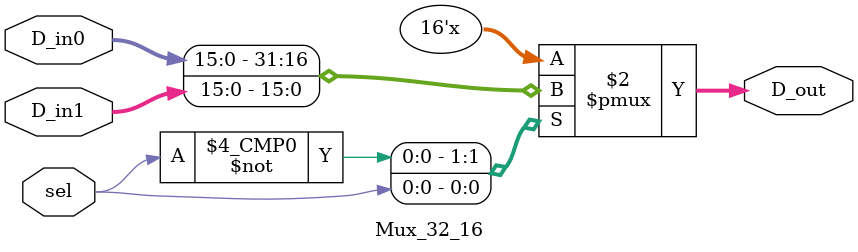
<source format=v>
`timescale 1ns / 1ps
module Mux_32_16(
	input sel,
	input[15:0] D_in0, D_in1,
	output reg[15:0] D_out
	);

	always @ (sel, D_in0, D_in1) begin
		case(sel)
			1'b0:
				D_out <= D_in0;			
			1'b1:
				D_out <= D_in1;			
			default:
				D_out <= D_in0;
		endcase		
	end
	
endmodule

</source>
